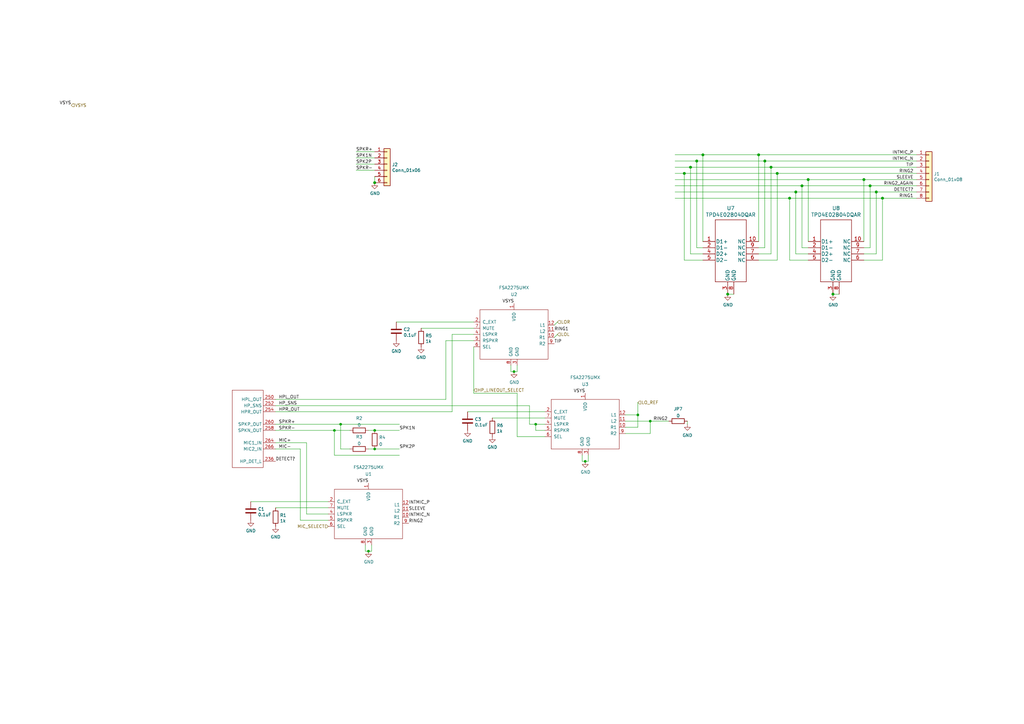
<source format=kicad_sch>
(kicad_sch (version 20211123) (generator eeschema)
  (paper "A3")
  (lib_symbols
    (symbol "CM4IO:Radxa CM3"
      (symbol "Radxa CM3_1_0"
        (text "GPIO" (at 0 6.35 0) (effects (font (size 1.27 1.27))))
      )
      (symbol "Radxa CM3_1_1"
        (rectangle (start -30.48 -74.93) (end 25.4 54.61))
        (text "600mA Max" (at -8.89 -53.34 0) (effects (font (size 1.27 1.27))))
        (text "600mA Max" (at -8.89 -48.26 0) (effects (font (size 1.27 1.27))))
        (text "NB SD signals are only available" (at -1.27 -27.94 0) (effects (font (size 1.27 1.27))))
        (text "on modules without eMMC" (at -1.27 -30.48 0) (effects (font (size 1.27 1.27))))
        (pin power_in line (at 22.86 -77.47 90) (length 2.54) (name "GND") (number "1"))
        (pin passive line (at -33.02 45.72 0) (length 2.54) (name "Ethernet_Pair0_N") (number "10"))
        (pin output line (at -33.02 -68.58 0) (length 2.54) (name "PMIC_RESET_KEY") (number "100"))
        (pin passive line (at 27.94 43.18 180) (length 2.54) (name "Ethernet_Pair2_P") (number "11"))
        (pin passive line (at -33.02 43.18 0) (length 2.54) (name "Ethernet_Pair0_P") (number "12"))
        (pin power_in line (at 17.78 -77.47 90) (length 2.54) (name "GND") (number "13"))
        (pin power_in line (at -22.86 -77.47 90) (length 2.54) (name "GND") (number "14"))
        (pin output line (at 27.94 38.1 180) (length 2.54) (name "Ethernet_nLED3(3.3v)") (number "15"))
        (pin input line (at -33.02 38.1 0) (length 2.54) (name "Ethernet_SYNC_IN(1.8v)") (number "16"))
        (pin output line (at 27.94 35.56 180) (length 2.54) (name "Ethernet_nLED2(3.3v)") (number "17"))
        (pin input line (at -33.02 35.56 0) (length 2.54) (name "Ethernet_SYNC_OUT(1.8v)") (number "18"))
        (pin output line (at 27.94 33.02 180) (length 2.54) (name "Ethernet_nLED1(3.3v)") (number "19"))
        (pin power_in line (at -27.94 -77.47 90) (length 2.54) (name "GND") (number "2"))
        (pin passive line (at -33.02 33.02 0) (length 2.54) (name "EEPROM_nWP") (number "20"))
        (pin open_collector line (at 27.94 30.48 180) (length 2.54) (name "PI_nLED_Activity") (number "21"))
        (pin power_in line (at -20.32 -77.47 90) (length 2.54) (name "GND") (number "22"))
        (pin power_in line (at 15.24 -77.47 90) (length 2.54) (name "GND") (number "23"))
        (pin passive line (at -33.02 27.94 0) (length 2.54) (name "GPIO26") (number "24"))
        (pin passive line (at 27.94 25.4 180) (length 2.54) (name "GPIO21") (number "25"))
        (pin passive line (at -33.02 25.4 0) (length 2.54) (name "GPIO19") (number "26"))
        (pin passive line (at 27.94 22.86 180) (length 2.54) (name "GPIO20") (number "27"))
        (pin passive line (at -33.02 22.86 0) (length 2.54) (name "GPIO13") (number "28"))
        (pin passive line (at 27.94 20.32 180) (length 2.54) (name "GPIO16") (number "29"))
        (pin passive line (at 27.94 53.34 180) (length 2.54) (name "Ethernet_Pair3_P") (number "3"))
        (pin passive line (at -33.02 20.32 0) (length 2.54) (name "GPIO6") (number "30"))
        (pin passive line (at 27.94 17.78 180) (length 2.54) (name "GPIO12") (number "31"))
        (pin power_in line (at -17.78 -77.47 90) (length 2.54) (name "GND") (number "32"))
        (pin power_in line (at 12.7 -77.47 90) (length 2.54) (name "GND") (number "33"))
        (pin passive line (at -33.02 15.24 0) (length 2.54) (name "GPIO5") (number "34"))
        (pin passive line (at 27.94 12.7 180) (length 2.54) (name "ID_SC") (number "35"))
        (pin passive line (at -33.02 12.7 0) (length 2.54) (name "ID_SD") (number "36"))
        (pin passive line (at 27.94 10.16 180) (length 2.54) (name "GPIO7") (number "37"))
        (pin passive line (at -33.02 10.16 0) (length 2.54) (name "GPIO11") (number "38"))
        (pin passive line (at 27.94 7.62 180) (length 2.54) (name "GPIO8") (number "39"))
        (pin passive line (at -33.02 53.34 0) (length 2.54) (name "Ethernet_Pair1_P") (number "4"))
        (pin passive line (at -33.02 7.62 0) (length 2.54) (name "GPIO9") (number "40"))
        (pin passive line (at 27.94 5.08 180) (length 2.54) (name "GPIO25") (number "41"))
        (pin power_in line (at -15.24 -77.47 90) (length 2.54) (name "GND") (number "42"))
        (pin power_in line (at 10.16 -77.47 90) (length 2.54) (name "GND") (number "43"))
        (pin passive line (at -33.02 2.54 0) (length 2.54) (name "GPIO10") (number "44"))
        (pin passive line (at 27.94 0 180) (length 2.54) (name "GPIO24") (number "45"))
        (pin passive line (at -33.02 0 0) (length 2.54) (name "GPIO22") (number "46"))
        (pin passive line (at 27.94 -2.54 180) (length 2.54) (name "GPIO23") (number "47"))
        (pin passive line (at -33.02 -2.54 0) (length 2.54) (name "GPIO27") (number "48"))
        (pin passive line (at 27.94 -5.08 180) (length 2.54) (name "GPIO18") (number "49"))
        (pin passive line (at 27.94 50.8 180) (length 2.54) (name "Ethernet_Pair3_N") (number "5"))
        (pin passive line (at -33.02 -5.08 0) (length 2.54) (name "GPIO17") (number "50"))
        (pin passive line (at 27.94 -7.62 180) (length 2.54) (name "GPIO15") (number "51"))
        (pin power_in line (at -12.7 -77.47 90) (length 2.54) (name "GND") (number "52"))
        (pin power_in line (at 7.62 -77.47 90) (length 2.54) (name "GND") (number "53"))
        (pin passive line (at -33.02 -10.16 0) (length 2.54) (name "GPIO4") (number "54"))
        (pin passive line (at 27.94 -12.7 180) (length 2.54) (name "GPIO14") (number "55"))
        (pin passive line (at -33.02 -12.7 0) (length 2.54) (name "GPIO3") (number "56"))
        (pin passive line (at 27.94 -21.59 180) (length 2.54) (name "SD_CLK") (number "57"))
        (pin passive line (at -33.02 -15.24 0) (length 2.54) (name "GPIO2") (number "58"))
        (pin power_in line (at 5.08 -77.47 90) (length 2.54) (name "GND") (number "59"))
        (pin passive line (at -33.02 50.8 0) (length 2.54) (name "Ethernet_Pair1_N") (number "6"))
        (pin power_in line (at -10.16 -77.47 90) (length 2.54) (name "GND") (number "60"))
        (pin passive line (at 27.94 -31.75 180) (length 2.54) (name "SD_DAT3") (number "61"))
        (pin passive line (at 27.94 -19.05 180) (length 2.54) (name "SD_CMD") (number "62"))
        (pin passive line (at 27.94 -24.13 180) (length 2.54) (name "SD_DAT0") (number "63"))
        (pin passive line (at 27.94 -36.83 180) (length 2.54) (name "SD_DAT5") (number "64"))
        (pin power_in line (at 2.54 -77.47 90) (length 2.54) (name "GND") (number "65"))
        (pin power_in line (at -7.62 -77.47 90) (length 2.54) (name "GND") (number "66"))
        (pin passive line (at 27.94 -26.67 180) (length 2.54) (name "SD_DAT1") (number "67"))
        (pin passive line (at 27.94 -34.29 180) (length 2.54) (name "SD_DAT4") (number "68"))
        (pin passive line (at 27.94 -29.21 180) (length 2.54) (name "SD_DAT2") (number "69"))
        (pin power_in line (at 20.32 -77.47 90) (length 2.54) (name "GND") (number "7"))
        (pin passive line (at 27.94 -41.91 180) (length 2.54) (name "SD_DAT7") (number "70"))
        (pin power_in line (at 0 -77.47 90) (length 2.54) (name "GND") (number "71"))
        (pin passive line (at 27.94 -39.37 180) (length 2.54) (name "SD_DAT6") (number "72"))
        (pin input line (at 27.94 -44.45 180) (length 2.54) (name "SD_VDD_Override") (number "73"))
        (pin power_in line (at -5.08 -77.47 90) (length 2.54) (name "GND") (number "74"))
        (pin output line (at 27.94 -46.99 180) (length 2.54) (name "SD_PWR_ON") (number "75"))
        (pin passive line (at -33.02 -38.1 0) (length 2.54) (name "Reserved") (number "76"))
        (pin power_in line (at -8.89 57.15 270) (length 2.54) (name "+5v_(Input)") (number "77"))
        (pin power_in line (at -33.02 -40.64 0) (length 2.54) (name "GPIO_VREF(1.8v/3.3v_Input)") (number "78"))
        (pin power_in line (at -6.35 57.15 270) (length 2.54) (name "+5v_(Input)") (number "79"))
        (pin power_in line (at -25.4 -77.47 90) (length 2.54) (name "GND") (number "8"))
        (pin passive line (at -33.02 -43.18 0) (length 2.54) (name "SCL0") (number "80"))
        (pin power_in line (at -3.81 57.15 270) (length 2.54) (name "+5v_(Input)") (number "81"))
        (pin passive line (at -33.02 -45.72 0) (length 2.54) (name "SDA0") (number "82"))
        (pin power_in line (at -1.27 57.15 270) (length 2.54) (name "+5v_(Input)") (number "83"))
        (pin power_out line (at -33.02 -48.26 0) (length 2.54) (name "+3.3v_(Output)") (number "84"))
        (pin power_in line (at 1.27 57.15 270) (length 2.54) (name "+5v_(Input)") (number "85"))
        (pin passive line (at -33.02 -50.8 0) (length 2.54) (name "+3.3v_(Output)") (number "86"))
        (pin power_in line (at 3.81 57.15 270) (length 2.54) (name "+5v_(Input)") (number "87"))
        (pin power_out line (at -33.02 -53.34 0) (length 2.54) (name "+1.8v_(Output)") (number "88"))
        (pin power_in line (at 27.94 -55.88 180) (length 2.54) (name "WiFi_nDisable") (number "89"))
        (pin passive line (at 27.94 45.72 180) (length 2.54) (name "Ethernet_Pair2_N") (number "9"))
        (pin passive line (at -33.02 -55.88 0) (length 2.54) (name "+1.8v_(Output)") (number "90"))
        (pin power_in line (at 27.94 -58.42 180) (length 2.54) (name "BT_nDisable") (number "91"))
        (pin passive line (at -33.02 -58.42 0) (length 2.54) (name "RUN_PG") (number "92"))
        (pin input line (at 27.94 -60.96 180) (length 2.54) (name "nRPIBOOT") (number "93"))
        (pin passive line (at -33.02 -60.96 0) (length 2.54) (name "AnalogIP1") (number "94"))
        (pin output line (at 27.94 -63.5 180) (length 2.54) (name "nPI_LED_PWR") (number "95"))
        (pin passive line (at -33.02 -63.5 0) (length 2.54) (name "AnalogIP0") (number "96"))
        (pin passive line (at 27.94 -66.04 180) (length 2.54) (name "Camera_GPIO") (number "97"))
        (pin power_in line (at -2.54 -77.47 90) (length 2.54) (name "GND") (number "98"))
        (pin input line (at 27.94 -68.58 180) (length 2.54) (name "PWRON_KEY") (number "99"))
      )
      (symbol "Radxa CM3_2_1"
        (rectangle (start 114.3 62.23) (end 165.1 -57.15))
        (text "High Speed Serial" (at 140.97 0 0) (effects (font (size 1.27 1.27))))
        (pin input line (at 170.18 59.69 180) (length 5.08) (name "USB_OTG_ID") (number "101"))
        (pin input line (at 109.22 31.75 0) (length 5.08) (name "PCIe_CLK_nREQ") (number "102"))
        (pin passive line (at 170.18 57.15 180) (length 5.08) (name "USB2_N") (number "103"))
        (pin passive line (at 109.22 58.42 0) (length 5.08) (name "Reserved") (number "104"))
        (pin passive line (at 170.18 54.61 180) (length 5.08) (name "USB2_P") (number "105"))
        (pin passive line (at 109.22 55.88 0) (length 5.08) (name "Reserved") (number "106"))
        (pin power_in line (at 170.18 -41.91 180) (length 5.08) (name "GND") (number "107"))
        (pin power_in line (at 109.22 -41.91 0) (length 5.08) (name "GND") (number "108"))
        (pin bidirectional line (at 109.22 34.29 0) (length 5.08) (name "PCIe_nRST") (number "109"))
        (pin output line (at 109.22 49.53 0) (length 5.08) (name "PCIe_CLK_P") (number "110"))
        (pin passive line (at 170.18 49.53 180) (length 5.08) (name "VDAC_COMP") (number "111"))
        (pin output line (at 109.22 46.99 0) (length 5.08) (name "PCIe_CLK_N") (number "112"))
        (pin power_in line (at 170.18 -44.45 180) (length 5.08) (name "GND") (number "113"))
        (pin power_in line (at 109.22 -44.45 0) (length 5.08) (name "GND") (number "114"))
        (pin input line (at 170.18 29.21 180) (length 5.08) (name "CAM1_D0_N") (number "115"))
        (pin input line (at 109.22 44.45 0) (length 5.08) (name "PCIe_RX_P") (number "116"))
        (pin input line (at 170.18 26.67 180) (length 5.08) (name "CAM1_D0_P") (number "117"))
        (pin input line (at 109.22 41.91 0) (length 5.08) (name "PCIe_RX_N") (number "118"))
        (pin power_in line (at 170.18 -46.99 180) (length 5.08) (name "GND") (number "119"))
        (pin power_in line (at 109.22 -46.99 0) (length 5.08) (name "GND") (number "120"))
        (pin input line (at 170.18 24.13 180) (length 5.08) (name "CAM1_D1_N") (number "121"))
        (pin output line (at 109.22 39.37 0) (length 5.08) (name "PCIe_TX_P") (number "122"))
        (pin input line (at 170.18 21.59 180) (length 5.08) (name "CAM1_D1_P") (number "123"))
        (pin output line (at 109.22 36.83 0) (length 5.08) (name "PCIe_TX_N") (number "124"))
        (pin power_in line (at 170.18 -49.53 180) (length 5.08) (name "GND") (number "125"))
        (pin power_in line (at 109.22 -49.53 0) (length 5.08) (name "GND") (number "126"))
        (pin input line (at 170.18 8.89 180) (length 5.08) (name "CAM1_C_N") (number "127"))
        (pin input line (at 170.18 45.72 180) (length 5.08) (name "CAM0_D0_N") (number "128"))
        (pin input line (at 170.18 6.35 180) (length 5.08) (name "CAM1_C_P") (number "129"))
        (pin input line (at 170.18 43.18 180) (length 5.08) (name "CAM0_D0_P") (number "130"))
        (pin power_in line (at 170.18 -52.07 180) (length 5.08) (name "GND") (number "131"))
        (pin power_in line (at 109.22 -52.07 0) (length 5.08) (name "GND") (number "132"))
        (pin input line (at 170.18 19.05 180) (length 5.08) (name "CAM1_D2_N") (number "133"))
        (pin input line (at 170.18 40.64 180) (length 5.08) (name "CAM0_D1_N") (number "134"))
        (pin input line (at 170.18 16.51 180) (length 5.08) (name "CAM1_D2_P") (number "135"))
        (pin input line (at 170.18 38.1 180) (length 5.08) (name "CAM0_D1_P") (number "136"))
        (pin power_in line (at 163.83 -62.23 90) (length 5.08) (name "GND") (number "137"))
        (pin power_in line (at 115.57 -62.23 90) (length 5.08) (name "GND") (number "138"))
        (pin input line (at 170.18 13.97 180) (length 5.08) (name "CAM1_D3_N") (number "139"))
        (pin input line (at 170.18 35.56 180) (length 5.08) (name "CAM0_C_N") (number "140"))
        (pin input line (at 170.18 11.43 180) (length 5.08) (name "CAM1_D3_P") (number "141"))
        (pin input line (at 170.18 33.02 180) (length 5.08) (name "CAM0_C_P") (number "142"))
        (pin input line (at 109.22 2.54 0) (length 5.08) (name "HDMI1_HOTPLUG") (number "143"))
        (pin power_in line (at 118.11 -62.23 90) (length 5.08) (name "GND") (number "144"))
        (pin bidirectional line (at 109.22 7.62 0) (length 5.08) (name "HDMI1_SDA") (number "145"))
        (pin output line (at 109.22 27.94 0) (length 5.08) (name "HDMI1_TX2_P") (number "146"))
        (pin open_collector line (at 109.22 5.08 0) (length 5.08) (name "HDMI1_SCL") (number "147"))
        (pin output line (at 109.22 25.4 0) (length 5.08) (name "HDMI1_TX2_N") (number "148"))
        (pin open_collector line (at 109.22 0 0) (length 5.08) (name "HDMI1_CEC") (number "149"))
        (pin power_in line (at 120.65 -62.23 90) (length 5.08) (name "GND") (number "150"))
        (pin open_collector line (at 109.22 -33.02 0) (length 5.08) (name "HDMI0_CEC") (number "151"))
        (pin output line (at 109.22 22.86 0) (length 5.08) (name "HDMI1_TX1_P") (number "152"))
        (pin input line (at 109.22 -30.48 0) (length 5.08) (name "HDMI0_HOTPLUG") (number "153"))
        (pin output line (at 109.22 20.32 0) (length 5.08) (name "HDMI1_TX1_N") (number "154"))
        (pin power_in line (at 161.29 -62.23 90) (length 5.08) (name "GND") (number "155"))
        (pin power_in line (at 123.19 -62.23 90) (length 5.08) (name "GND") (number "156"))
        (pin output line (at 109.22 17.78 0) (length 5.08) (name "HDMI1_TX0_P") (number "158"))
        (pin output line (at 109.22 15.24 0) (length 5.08) (name "HDMI1_TX0_N") (number "160"))
        (pin power_in line (at 158.75 -62.23 90) (length 5.08) (name "GND") (number "161"))
        (pin power_in line (at 125.73 -62.23 90) (length 5.08) (name "GND") (number "162"))
        (pin output line (at 109.22 12.7 0) (length 5.08) (name "HDMI1_CLK_P") (number "164"))
        (pin output line (at 109.22 10.16 0) (length 5.08) (name "HDMI1_CLK_N") (number "166"))
        (pin power_in line (at 156.21 -62.23 90) (length 5.08) (name "GND") (number "167"))
        (pin power_in line (at 128.27 -62.23 90) (length 5.08) (name "GND") (number "168"))
        (pin output line (at 109.22 -5.08 0) (length 5.08) (name "HDMI0_TX2_P") (number "170"))
        (pin output line (at 109.22 -7.62 0) (length 5.08) (name "HDMI0_TX2_N") (number "172"))
        (pin power_in line (at 153.67 -62.23 90) (length 5.08) (name "GND") (number "173"))
        (pin power_in line (at 130.81 -62.23 90) (length 5.08) (name "GND") (number "174"))
        (pin output line (at 170.18 -15.24 180) (length 5.08) (name "DSI1_D0_N") (number "175"))
        (pin output line (at 109.22 -10.16 0) (length 5.08) (name "HDMI0_TX1_P") (number "176"))
        (pin output line (at 170.18 -17.78 180) (length 5.08) (name "DSI1_D0_P") (number "177"))
        (pin output line (at 109.22 -12.7 0) (length 5.08) (name "HDMI0_TX1_N") (number "178"))
        (pin power_in line (at 151.13 -62.23 90) (length 5.08) (name "GND") (number "179"))
        (pin power_in line (at 133.35 -62.23 90) (length 5.08) (name "GND") (number "180"))
        (pin output line (at 170.18 -20.32 180) (length 5.08) (name "DSI1_D1_N") (number "181"))
        (pin output line (at 109.22 -15.24 0) (length 5.08) (name "HDMI0_TX0_P") (number "182"))
        (pin output line (at 170.18 -22.86 180) (length 5.08) (name "DSI1_D1_P") (number "183"))
        (pin output line (at 109.22 -17.78 0) (length 5.08) (name "HDMI0_TX0_N") (number "184"))
        (pin power_in line (at 148.59 -62.23 90) (length 5.08) (name "GND") (number "185"))
        (pin power_in line (at 135.89 -62.23 90) (length 5.08) (name "GND") (number "186"))
        (pin output line (at 170.18 -35.56 180) (length 5.08) (name "DSI1_C_N") (number "187"))
        (pin output line (at 109.22 -20.32 0) (length 5.08) (name "HDMI0_CLK_P") (number "188"))
        (pin output line (at 170.18 -38.1 180) (length 5.08) (name "DSI1_C_P") (number "189"))
        (pin output line (at 109.22 -22.86 0) (length 5.08) (name "HDMI0_CLK_N") (number "190"))
        (pin power_in line (at 146.05 -62.23 90) (length 5.08) (name "GND") (number "191"))
        (pin power_in line (at 138.43 -62.23 90) (length 5.08) (name "GND") (number "192"))
        (pin output line (at 170.18 -25.4 180) (length 5.08) (name "DSI1_D2_N") (number "193"))
        (pin output line (at 170.18 -30.48 180) (length 5.08) (name "DSI1_D3_N") (number "194"))
        (pin output line (at 170.18 -27.94 180) (length 5.08) (name "DSI1_D2_P") (number "195"))
        (pin output line (at 170.18 -33.02 180) (length 5.08) (name "DSI1_D3_P") (number "196"))
        (pin power_in line (at 143.51 -62.23 90) (length 5.08) (name "GND") (number "197"))
        (pin power_in line (at 140.97 -62.23 90) (length 5.08) (name "GND") (number "198"))
        (pin bidirectional line (at 109.22 -25.4 0) (length 5.08) (name "HDMI0_SDA") (number "199"))
        (pin open_collector line (at 109.22 -27.94 0) (length 5.08) (name "HDMI0_SCL") (number "200"))
      )
      (symbol "Radxa CM3_3_0"
        (pin power_in line (at 24.13 -13.97 90) (length 2.54) (name "GND") (number "201"))
        (pin power_in line (at 21.59 -13.97 90) (length 2.54) (name "GND") (number "202"))
        (pin power_in line (at 19.05 -13.97 90) (length 2.54) (name "GND") (number "207"))
        (pin power_in line (at 16.51 -13.97 90) (length 2.54) (name "GND") (number "213"))
        (pin power_in line (at 13.97 -13.97 90) (length 2.54) (name "GND") (number "219"))
        (pin power_in line (at 11.43 -13.97 90) (length 2.54) (name "GND") (number "222"))
        (pin power_in line (at 8.89 -13.97 90) (length 2.54) (name "GND") (number "225"))
        (pin power_in line (at 6.35 -13.97 90) (length 2.54) (name "GND") (number "231"))
        (pin power_in line (at 3.81 -13.97 90) (length 2.54) (name "GND") (number "232"))
        (pin power_in line (at 1.27 -13.97 90) (length 2.54) (name "GND") (number "237"))
        (pin power_in line (at -1.27 -13.97 90) (length 2.54) (name "GND") (number "242"))
        (pin power_in line (at -3.81 -13.97 90) (length 2.54) (name "GND") (number "243"))
        (pin power_in line (at -6.35 -13.97 90) (length 2.54) (name "GND") (number "248"))
        (pin power_in line (at -8.89 -13.97 90) (length 2.54) (name "GND") (number "249"))
        (pin power_in line (at -11.43 -13.97 90) (length 2.54) (name "GND") (number "261"))
        (pin power_in line (at -13.97 -13.97 90) (length 2.54) (name "GND") (number "262"))
        (pin power_in line (at -16.51 -13.97 90) (length 2.54) (name "GND") (number "271"))
        (pin power_in line (at -19.05 -13.97 90) (length 2.54) (name "GND") (number "272"))
        (pin power_in line (at -21.59 -13.97 90) (length 2.54) (name "GND") (number "299"))
        (pin power_in line (at -24.13 -13.97 90) (length 2.54) (name "GND") (number "300"))
      )
      (symbol "Radxa CM3_3_1"
        (rectangle (start -27.94 -11.43) (end 27.94 7.62) (stroke (width 0.1524)))
      )
      (symbol "Radxa CM3_4_0"
        (pin output line (at 15.24 -3.81 180) (length 5.08) (name "LVDS_TX0_D2N") (number "203"))
        (pin output line (at 15.24 -6.35 180) (length 5.08) (name "LVDS_TX0_D2P") (number "205"))
        (pin output line (at 15.24 -10.16 180) (length 5.08) (name "LVDS_TX0_D3N") (number "209"))
        (pin output line (at 15.24 -12.7 180) (length 5.08) (name "LVDS_TX0_D3P") (number "211"))
      )
      (symbol "Radxa CM3_4_1"
        (rectangle (start -12.7 19.05) (end 10.16 -16.51) (stroke (width 0.1524)))
        (pin output line (at 15.24 8.89 180) (length 5.08) (name "LVDS_TX0_D0N") (number "157"))
        (pin output line (at 15.24 6.35 180) (length 5.08) (name "LVDS_TX0_D0P") (number "159"))
        (pin output line (at 15.24 2.54 180) (length 5.08) (name "LVDS_TX0_D1N") (number "163"))
        (pin output line (at 15.24 0 180) (length 5.08) (name "LVDS_TX0_D1P") (number "165"))
        (pin output line (at 15.24 15.24 180) (length 5.08) (name "LVDS_TX0_CLKN") (number "169"))
        (pin output line (at 15.24 12.7 180) (length 5.08) (name "LVDS_TX0_CLKP") (number "171"))
      )
      (symbol "Radxa CM3_5_1"
        (rectangle (start 2.54 -10.16) (end 22.86 -33.02) (stroke (width 0.1524)))
        (pin power_in line (at 0 -12.7 0) (length 2.54) (name "VBAT-") (number "278"))
        (pin power_in line (at 0 -15.24 0) (length 2.54) (name "VBAT-") (number "280"))
        (pin power_in line (at 0 -17.78 0) (length 2.54) (name "VBAT-") (number "282"))
        (pin power_in line (at 0 -25.4 0) (length 2.54) (name "VBAT+") (number "284"))
        (pin power_in line (at 0 -27.94 0) (length 2.54) (name "VBAT+") (number "286"))
        (pin power_in line (at 0 -30.48 0) (length 2.54) (name "VBAT+") (number "288"))
        (pin input line (at 0 -21.59 0) (length 2.54) (name "TS") (number "290"))
        (pin power_in line (at 25.4 -19.05 180) (length 2.54) (name "USB_5V_IN") (number "294"))
        (pin power_in line (at 25.4 -21.59 180) (length 2.54) (name "USB_5V_IN") (number "296"))
        (pin power_in line (at 25.4 -24.13 180) (length 2.54) (name "USB_5V_IN") (number "298"))
      )
      (symbol "Radxa CM3_6_1"
        (rectangle (start -20.32 11.43) (end 20.32 -11.43) (stroke (width 0.1524)))
        (pin bidirectional line (at -22.86 8.89 0) (length 2.54) (name "GPIO3_A1") (number "204"))
        (pin bidirectional line (at -22.86 6.35 0) (length 2.54) (name "GPIO3_B4") (number "206"))
        (pin bidirectional line (at -22.86 3.81 0) (length 2.54) (name "GPIO3_C1") (number "208"))
        (pin bidirectional line (at -22.86 1.27 0) (length 2.54) (name "GPIO3_C2") (number "210"))
        (pin bidirectional line (at -22.86 -1.27 0) (length 2.54) (name "GPIO3_C3") (number "212"))
        (pin bidirectional line (at -22.86 -3.81 0) (length 2.54) (name "GPIO_D5") (number "218"))
        (pin bidirectional line (at -22.86 -6.35 0) (length 2.54) (name "GPIO_D6") (number "220"))
        (pin bidirectional line (at -22.86 -8.89 0) (length 2.54) (name "GPIO2_C6") (number "224"))
        (pin bidirectional line (at 22.86 -3.81 180) (length 2.54) (name "GPIO_B3") (number "287"))
        (pin bidirectional line (at 22.86 -1.27 180) (length 2.54) (name "GPIO_B4") (number "289"))
        (pin bidirectional line (at 22.86 1.27 180) (length 2.54) (name "GPIO_C1") (number "293"))
        (pin bidirectional line (at 22.86 3.81 180) (length 2.54) (name "GPIO_C4") (number "295"))
      )
      (symbol "Radxa CM3_7_1"
        (rectangle (start -6.35 12.7) (end 6.35 -19.05) (stroke (width 0.1524)))
        (pin input line (at 11.43 -16.51 180) (length 5.08) (name "HP_DET_L") (number "236"))
        (pin output line (at 11.43 8.89 180) (length 5.08) (name "HPL_OUT") (number "250"))
        (pin input line (at 11.43 6.35 180) (length 5.08) (name "HP_SNS") (number "252"))
        (pin output line (at 11.43 3.81 180) (length 5.08) (name "HPR_OUT") (number "254"))
        (pin output line (at 11.43 -3.81 180) (length 5.08) (name "SPKN_OUT") (number "258"))
        (pin output line (at 11.43 -1.27 180) (length 5.08) (name "SPKP_OUT") (number "260"))
        (pin input line (at 11.43 -8.89 180) (length 5.08) (name "MIC1_IN") (number "264"))
        (pin input line (at 11.43 -11.43 180) (length 5.08) (name "MIC2_IN") (number "266"))
      )
      (symbol "Radxa CM3_8_1"
        (rectangle (start -8.89 16.51) (end 10.16 -17.78) (stroke (width 0.1524)))
        (pin output line (at -13.97 13.97 0) (length 5.08) (name "EDP_TX_D0P") (number "215"))
        (pin output line (at -13.97 11.43 0) (length 5.08) (name "EDP_TX_D0N") (number "217"))
        (pin output line (at -13.97 7.62 0) (length 5.08) (name "EDP_TX_D1P") (number "221"))
        (pin output line (at -13.97 5.08 0) (length 5.08) (name "EDP_TX_D1N") (number "223"))
        (pin output line (at -13.97 1.27 0) (length 5.08) (name "EDP_TX_D2P") (number "227"))
        (pin output line (at -13.97 -1.27 0) (length 5.08) (name "EDP_TX_D2N") (number "229"))
        (pin output line (at -13.97 -5.08 0) (length 5.08) (name "EDP_TX_D3P") (number "233"))
        (pin output line (at -13.97 -7.62 0) (length 5.08) (name "EDP_TX_D3N") (number "235"))
        (pin bidirectional line (at -13.97 -11.43 0) (length 5.08) (name "EDP_TX_AUXP") (number "239"))
        (pin bidirectional line (at -13.97 -13.97 0) (length 5.08) (name "EDP_TX_AUXN") (number "241"))
      )
    )
    (symbol "Connector_Generic:Conn_01x06" (pin_names (offset 1.016) hide)
      (property "Reference" "J" (at 0 7.62 0))
      (property "Value" "Conn_01x06" (at 0 -10.16 0))
      (symbol "Conn_01x06_1_1"
        (rectangle (start -1.27 -7.493) (end 0 -7.747) (stroke (width 0.1524)))
        (rectangle (start -1.27 -4.953) (end 0 -5.207) (stroke (width 0.1524)))
        (rectangle (start -1.27 -2.413) (end 0 -2.667) (stroke (width 0.1524)))
        (rectangle (start -1.27 0.127) (end 0 -0.127) (stroke (width 0.1524)))
        (rectangle (start -1.27 2.667) (end 0 2.413) (stroke (width 0.1524)))
        (rectangle (start -1.27 5.207) (end 0 4.953) (stroke (width 0.1524)))
        (rectangle (start -1.27 6.35) (end 1.27 -8.89) (stroke (width 0.254)) (fill (type background)))
        (pin passive line (at -5.08 5.08 0) (length 3.81) (name "Pin_1") (number "1"))
        (pin passive line (at -5.08 2.54 0) (length 3.81) (name "Pin_2") (number "2"))
        (pin passive line (at -5.08 0 0) (length 3.81) (name "Pin_3") (number "3"))
        (pin passive line (at -5.08 -2.54 0) (length 3.81) (name "Pin_4") (number "4"))
        (pin passive line (at -5.08 -5.08 0) (length 3.81) (name "Pin_5") (number "5"))
        (pin passive line (at -5.08 -7.62 0) (length 3.81) (name "Pin_6") (number "6"))
      )
    )
    (symbol "Connector_Generic:Conn_01x08" (pin_names (offset 1.016) hide)
      (property "Reference" "J" (at 0 10.16 0))
      (property "Value" "Conn_01x08" (at 0 -12.7 0))
      (symbol "Conn_01x08_1_1"
        (rectangle (start -1.27 -10.033) (end 0 -10.287) (stroke (width 0.1524)))
        (rectangle (start -1.27 -7.493) (end 0 -7.747) (stroke (width 0.1524)))
        (rectangle (start -1.27 -4.953) (end 0 -5.207) (stroke (width 0.1524)))
        (rectangle (start -1.27 -2.413) (end 0 -2.667) (stroke (width 0.1524)))
        (rectangle (start -1.27 0.127) (end 0 -0.127) (stroke (width 0.1524)))
        (rectangle (start -1.27 2.667) (end 0 2.413) (stroke (width 0.1524)))
        (rectangle (start -1.27 5.207) (end 0 4.953) (stroke (width 0.1524)))
        (rectangle (start -1.27 7.747) (end 0 7.493) (stroke (width 0.1524)))
        (rectangle (start -1.27 8.89) (end 1.27 -11.43) (stroke (width 0.254)) (fill (type background)))
        (pin passive line (at -5.08 7.62 0) (length 3.81) (name "Pin_1") (number "1"))
        (pin passive line (at -5.08 5.08 0) (length 3.81) (name "Pin_2") (number "2"))
        (pin passive line (at -5.08 2.54 0) (length 3.81) (name "Pin_3") (number "3"))
        (pin passive line (at -5.08 0 0) (length 3.81) (name "Pin_4") (number "4"))
        (pin passive line (at -5.08 -2.54 0) (length 3.81) (name "Pin_5") (number "5"))
        (pin passive line (at -5.08 -5.08 0) (length 3.81) (name "Pin_6") (number "6"))
        (pin passive line (at -5.08 -7.62 0) (length 3.81) (name "Pin_7") (number "7"))
        (pin passive line (at -5.08 -10.16 0) (length 3.81) (name "Pin_8") (number "8"))
      )
    )
    (symbol "Device:C" (pin_numbers hide) (pin_names (offset 0.254))
      (property "Reference" "C" (at 0.635 2.54 0))
      (property "Value" "C" (at 0.635 -2.54 0))
      (symbol "C_0_1"
        (polyline (pts (xy -2.032 -0.762) (xy 2.032 -0.762)) (stroke (width 0.508)))
        (polyline (pts (xy -2.032 0.762) (xy 2.032 0.762)) (stroke (width 0.508)))
      )
      (symbol "C_1_1"
        (pin passive line (at 0 3.81 270) (length 2.794) (name "~") (number "1"))
        (pin passive line (at 0 -3.81 90) (length 2.794) (name "~") (number "2"))
      )
    )
    (symbol "Device:R" (pin_numbers hide) (pin_names (offset 0))
      (property "Reference" "R" (at 2.032 0 90))
      (property "Value" "R" (at 0 0 90))
      (symbol "R_0_1"
        (rectangle (start -1.016 -2.54) (end 1.016 2.54) (stroke (width 0.254)))
      )
      (symbol "R_1_1"
        (pin passive line (at 0 3.81 270) (length 1.27) (name "~") (number "1"))
        (pin passive line (at 0 -3.81 90) (length 1.27) (name "~") (number "2"))
      )
    )
    (symbol "FSA2275UMX:FSA2275UMX" (pin_names (offset 1.016))
      (property "Reference" "U" (at 0 1.27 0))
      (property "Value" "FSA2275UMX" (at 0 -1.27 0))
      (symbol "FSA2275UMX_0_1"
        (rectangle (start -13.97 10.16) (end 13.97 -10.16))
      )
      (symbol "FSA2275UMX_1_1"
        (pin power_in line (at 0 12.7 270) (length 2.54) (name "VDD") (number "1"))
        (pin bidirectional line (at 16.51 -1.27 180) (length 2.54) (name "R1") (number "10"))
        (pin bidirectional line (at 16.51 1.27 180) (length 2.54) (name "L2") (number "11"))
        (pin bidirectional line (at 16.51 3.81 180) (length 2.54) (name "L1") (number "12"))
        (pin passive line (at -16.51 5.08 0) (length 2.54) (name "C_EXT") (number "2"))
        (pin power_in line (at 1.27 -12.7 90) (length 2.54) (name "GND") (number "3"))
        (pin bidirectional line (at -16.51 0 0) (length 2.54) (name "LSPKR") (number "4"))
        (pin bidirectional line (at -16.51 -2.54 0) (length 2.54) (name "RSPKR") (number "5"))
        (pin input line (at -16.51 -5.08 0) (length 2.54) (name "SEL") (number "6"))
        (pin input line (at -16.51 2.54 0) (length 2.54) (name "MUTE") (number "7"))
        (pin power_in line (at -1.27 -12.7 90) (length 2.54) (name "GND") (number "8"))
        (pin bidirectional line (at 16.51 -3.81 180) (length 2.54) (name "R2") (number "9"))
      )
    )
    (symbol "TPD4E02B04DQAR:TPD4E02B04DQAR" (pin_names (offset 0.254))
      (property "Reference" "U" (at 0 7.62 0))
      (property "Value" "TPD4E02B04DQAR" (at 0 13.97 0))
      (symbol "TPD4E02B04DQAR_1_1"
        (polyline (pts (xy -6.35 -12.7) (xy 6.35 -12.7)) (stroke (width 0.2032)))
        (polyline (pts (xy -6.35 12.7) (xy -6.35 -12.7)) (stroke (width 0.2032)))
        (polyline (pts (xy 6.35 -12.7) (xy 6.35 12.7)) (stroke (width 0.2032)))
        (polyline (pts (xy 6.35 12.7) (xy -6.35 12.7)) (stroke (width 0.2032)))
        (pin bidirectional line (at -11.43 3.81 0) (length 5.08) (name "D1+") (number "1"))
        (pin passive line (at 11.43 3.81 180) (length 5.08) (name "NC") (number "10"))
        (pin bidirectional line (at -11.43 1.27 0) (length 5.08) (name "D1-") (number "2"))
        (pin power_in line (at -1.27 -17.78 90) (length 5.08) (name "GND") (number "3"))
        (pin bidirectional line (at -11.43 -1.27 0) (length 5.08) (name "D2+") (number "4"))
        (pin bidirectional line (at -11.43 -3.81 0) (length 5.08) (name "D2-") (number "5"))
        (pin passive line (at 11.43 -3.81 180) (length 5.08) (name "NC") (number "6"))
        (pin passive line (at 11.43 -1.27 180) (length 5.08) (name "NC") (number "7"))
        (pin power_in line (at 1.27 -17.78 90) (length 5.08) (name "GND") (number "8"))
        (pin passive line (at 11.43 1.27 180) (length 5.08) (name "NC") (number "9"))
      )
    )
    (symbol "power:GND" (power) (pin_names (offset 0))
      (property "Value" "GND" (at 0 -3.81 0))
      (symbol "GND_0_1"
        (polyline (pts (xy 0 0) (xy 0 -1.27) (xy 1.27 -1.27) (xy 0 -2.54) (xy -1.27 -1.27) (xy 0 -1.27)))
      )
      (symbol "GND_1_1"
        (pin power_in line (at 0 0 270) (length 0) hide (name "GND") (number "1"))
      )
    )
  )
  (junction (at 298.45 120.65) (diameter 1.016))
  (junction (at 331.47 73.66) (diameter 1.016))
  (junction (at 151.13 226.06))
  (junction (at 266.7 172.72))
  (junction (at 139.7 173.99))
  (junction (at 323.85 81.28) (diameter 1.016))
  (junction (at 153.67 74.93) (diameter 1.016))
  (junction (at 356.87 76.2) (diameter 1.016))
  (junction (at 318.77 71.12) (diameter 1.016))
  (junction (at 283.21 68.58) (diameter 1.016))
  (junction (at 153.67 184.15))
  (junction (at 261.62 170.18))
  (junction (at 285.75 66.04) (diameter 1.016))
  (junction (at 361.95 81.28) (diameter 1.016))
  (junction (at 341.63 120.65) (diameter 1.016))
  (junction (at 280.67 71.12) (diameter 1.016))
  (junction (at 288.29 63.5) (diameter 1.016))
  (junction (at 153.67 176.53))
  (junction (at 313.69 66.04) (diameter 1.016))
  (junction (at 311.15 63.5) (diameter 1.016))
  (junction (at 354.33 73.66) (diameter 1.016))
  (junction (at 219.71 173.99))
  (junction (at 316.23 68.58) (diameter 1.016))
  (junction (at 210.82 152.4))
  (junction (at 137.16 176.53))
  (junction (at 359.41 78.74) (diameter 1.016))
  (junction (at 328.93 76.2) (diameter 1.016))
  (junction (at 240.03 189.23))
  (junction (at 326.39 78.74) (diameter 1.016))
  (wire (pts (xy 276.86 71.12) (xy 280.67 71.12)))
  (wire (pts (xy 280.67 71.12) (xy 318.77 71.12)))
  (wire (pts (xy 318.77 71.12) (xy 375.92 71.12)))
  (wire (pts (xy 331.47 106.68) (xy 323.85 106.68)))
  (wire (pts (xy 153.67 74.93) (xy 153.67 72.39)))
  (wire (pts (xy 328.93 76.2) (xy 356.87 76.2)))
  (wire (pts (xy 280.67 71.12) (xy 280.67 106.68)))
  (wire (pts (xy 280.67 106.68) (xy 288.29 106.68)))
  (wire (pts (xy 182.88 139.7) (xy 194.31 139.7)))
  (wire (pts (xy 113.03 163.83) (xy 182.88 163.83)))
  (wire (pts (xy 217.17 166.37) (xy 217.17 173.99)))
  (wire (pts (xy 217.17 173.99) (xy 219.71 173.99)))
  (wire (pts (xy 283.21 68.58) (xy 316.23 68.58)))
  (wire (pts (xy 316.23 104.14) (xy 316.23 68.58)))
  (wire (pts (xy 113.03 208.28) (xy 134.62 208.28)))
  (wire (pts (xy 323.85 106.68) (xy 323.85 81.28)))
  (wire (pts (xy 316.23 68.58) (xy 375.92 68.58)))
  (wire (pts (xy 311.15 99.06) (xy 311.15 63.5)))
  (wire (pts (xy 228.6 132.08) (xy 227.33 133.35)))
  (wire (pts (xy 153.67 184.15) (xy 151.13 184.15)))
  (wire (pts (xy 261.62 175.26) (xy 261.62 170.18)))
  (wire (pts (xy 323.85 81.28) (xy 361.95 81.28)))
  (wire (pts (xy 153.67 176.53) (xy 163.83 176.53)))
  (wire (pts (xy 354.33 73.66) (xy 375.92 73.66)))
  (wire (pts (xy 153.67 64.77) (xy 146.05 64.77)))
  (wire (pts (xy 212.09 152.4) (xy 210.82 152.4)))
  (wire (pts (xy 288.29 104.14) (xy 283.21 104.14)))
  (wire (pts (xy 212.09 179.07) (xy 212.09 161.29)))
  (wire (pts (xy 185.42 137.16) (xy 194.31 137.16)))
  (wire (pts (xy 281.94 172.72) (xy 281.94 173.99)))
  (wire (pts (xy 285.75 101.6) (xy 285.75 66.04)))
  (wire (pts (xy 137.16 176.53) (xy 143.51 176.53)))
  (wire (pts (xy 354.33 104.14) (xy 359.41 104.14)))
  (wire (pts (xy 194.31 161.29) (xy 194.31 142.24)))
  (wire (pts (xy 139.7 173.99) (xy 163.83 173.99)))
  (wire (pts (xy 125.73 181.61) (xy 113.03 181.61)))
  (wire (pts (xy 288.29 99.06) (xy 288.29 63.5)))
  (wire (pts (xy 137.16 176.53) (xy 137.16 186.69)))
  (wire (pts (xy 191.77 168.91) (xy 223.52 168.91)))
  (wire (pts (xy 359.41 104.14) (xy 359.41 78.74)))
  (wire (pts (xy 276.86 66.04) (xy 285.75 66.04)))
  (wire (pts (xy 123.19 184.15) (xy 123.19 213.36)))
  (wire (pts (xy 152.4 223.52) (xy 152.4 226.06)))
  (wire (pts (xy 276.86 76.2) (xy 328.93 76.2)))
  (wire (pts (xy 113.03 173.99) (xy 139.7 173.99)))
  (wire (pts (xy 212.09 149.86) (xy 212.09 152.4)))
  (wire (pts (xy 256.54 175.26) (xy 261.62 175.26)))
  (wire (pts (xy 361.95 81.28) (xy 361.95 106.68)))
  (wire (pts (xy 331.47 73.66) (xy 354.33 73.66)))
  (wire (pts (xy 146.05 67.31) (xy 153.67 67.31)))
  (wire (pts (xy 283.21 104.14) (xy 283.21 68.58)))
  (wire (pts (xy 102.87 205.74) (xy 134.62 205.74)))
  (wire (pts (xy 356.87 76.2) (xy 356.87 101.6)))
  (wire (pts (xy 276.86 68.58) (xy 283.21 68.58)))
  (wire (pts (xy 276.86 81.28) (xy 323.85 81.28)))
  (wire (pts (xy 113.03 184.15) (xy 123.19 184.15)))
  (wire (pts (xy 311.15 104.14) (xy 316.23 104.14)))
  (wire (pts (xy 311.15 101.6) (xy 313.69 101.6)))
  (wire (pts (xy 256.54 172.72) (xy 266.7 172.72)))
  (wire (pts (xy 341.63 120.65) (xy 344.17 120.65)))
  (wire (pts (xy 266.7 177.8) (xy 266.7 172.72)))
  (wire (pts (xy 311.15 63.5) (xy 375.92 63.5)))
  (wire (pts (xy 354.33 99.06) (xy 354.33 73.66)))
  (wire (pts (xy 266.7 172.72) (xy 274.32 172.72)))
  (wire (pts (xy 326.39 104.14) (xy 326.39 78.74)))
  (wire (pts (xy 212.09 161.29) (xy 194.31 161.29)))
  (wire (pts (xy 313.69 101.6) (xy 313.69 66.04)))
  (wire (pts (xy 153.67 62.23) (xy 146.05 62.23)))
  (wire (pts (xy 356.87 101.6) (xy 354.33 101.6)))
  (wire (pts (xy 163.83 184.15) (xy 153.67 184.15)))
  (wire (pts (xy 123.19 213.36) (xy 134.62 213.36)))
  (wire (pts (xy 298.45 120.65) (xy 300.99 120.65)))
  (wire (pts (xy 113.03 168.91) (xy 185.42 168.91)))
  (wire (pts (xy 326.39 78.74) (xy 359.41 78.74)))
  (wire (pts (xy 256.54 170.18) (xy 261.62 170.18)))
  (wire (pts (xy 313.69 66.04) (xy 375.92 66.04)))
  (wire (pts (xy 201.93 171.45) (xy 223.52 171.45)))
  (wire (pts (xy 153.67 69.85) (xy 146.05 69.85)))
  (wire (pts (xy 113.03 166.37) (xy 217.17 166.37)))
  (wire (pts (xy 276.86 73.66) (xy 331.47 73.66)))
  (wire (pts (xy 238.76 189.23) (xy 240.03 189.23)))
  (wire (pts (xy 152.4 226.06) (xy 151.13 226.06)))
  (wire (pts (xy 139.7 173.99) (xy 139.7 184.15)))
  (wire (pts (xy 113.03 176.53) (xy 137.16 176.53)))
  (wire (pts (xy 182.88 163.83) (xy 182.88 139.7)))
  (wire (pts (xy 331.47 101.6) (xy 328.93 101.6)))
  (wire (pts (xy 331.47 104.14) (xy 326.39 104.14)))
  (wire (pts (xy 256.54 177.8) (xy 266.7 177.8)))
  (wire (pts (xy 223.52 179.07) (xy 212.09 179.07)))
  (wire (pts (xy 223.52 176.53) (xy 219.71 176.53)))
  (wire (pts (xy 331.47 99.06) (xy 331.47 73.66)))
  (wire (pts (xy 149.86 226.06) (xy 151.13 226.06)))
  (wire (pts (xy 162.56 132.08) (xy 194.31 132.08)))
  (wire (pts (xy 209.55 149.86) (xy 209.55 152.4)))
  (wire (pts (xy 288.29 101.6) (xy 285.75 101.6)))
  (wire (pts (xy 137.16 186.69) (xy 163.83 186.69)))
  (wire (pts (xy 261.62 170.18) (xy 261.62 165.1)))
  (wire (pts (xy 285.75 66.04) (xy 313.69 66.04)))
  (wire (pts (xy 149.86 223.52) (xy 149.86 226.06)))
  (wire (pts (xy 361.95 106.68) (xy 354.33 106.68)))
  (wire (pts (xy 361.95 81.28) (xy 375.92 81.28)))
  (wire (pts (xy 241.3 189.23) (xy 240.03 189.23)))
  (wire (pts (xy 276.86 78.74) (xy 326.39 78.74)))
  (wire (pts (xy 185.42 137.16) (xy 185.42 168.91)))
  (wire (pts (xy 238.76 186.69) (xy 238.76 189.23)))
  (wire (pts (xy 276.86 63.5) (xy 288.29 63.5)))
  (wire (pts (xy 209.55 152.4) (xy 210.82 152.4)))
  (wire (pts (xy 134.62 210.82) (xy 125.73 210.82)))
  (wire (pts (xy 139.7 184.15) (xy 143.51 184.15)))
  (wire (pts (xy 288.29 63.5) (xy 311.15 63.5)))
  (wire (pts (xy 228.6 137.16) (xy 227.33 138.43)))
  (wire (pts (xy 125.73 210.82) (xy 125.73 181.61)))
  (wire (pts (xy 359.41 78.74) (xy 375.92 78.74)))
  (wire (pts (xy 318.77 71.12) (xy 318.77 106.68)))
  (wire (pts (xy 318.77 106.68) (xy 311.15 106.68)))
  (wire (pts (xy 219.71 173.99) (xy 223.52 173.99)))
  (wire (pts (xy 219.71 176.53) (xy 219.71 173.99)))
  (wire (pts (xy 151.13 176.53) (xy 153.67 176.53)))
  (wire (pts (xy 241.3 186.69) (xy 241.3 189.23)))
  (wire (pts (xy 356.87 76.2) (xy 375.92 76.2)))
  (wire (pts (xy 172.72 134.62) (xy 194.31 134.62)))
  (wire (pts (xy 328.93 101.6) (xy 328.93 76.2)))
  (label "TIP" (at 374.65 68.58 180))
  (label "DETECT?" (at 113.03 189.23 0))
  (label "RING1" (at 374.65 81.28 180))
  (label "VSYS" (at 29.21 43.18 180))
  (label "VSYS" (at 210.82 124.46 180))
  (label "SLEEVE" (at 374.65 73.66 180))
  (label "SPK2P" (at 146.05 67.31 0))
  (label "SPK1N" (at 146.05 64.77 0))
  (label "SPKR-" (at 114.3 176.53 0))
  (label "DETECT?" (at 374.65 78.74 180))
  (label "HPR_OUT" (at 114.3 168.91 0))
  (label "VSYS" (at 240.03 161.29 180))
  (label "TIP" (at 227.33 140.97 0))
  (label "RING2_AGAIN" (at 374.65 76.2 180))
  (label "SPK1N" (at 163.83 176.53 0))
  (label "INTMIC_N" (at 374.65 66.04 180))
  (label "SPK2P" (at 163.83 184.15 0))
  (label "RING2" (at 374.65 71.12 180))
  (label "INTMIC_P" (at 374.65 63.5 180))
  (label "RING2" (at 167.64 214.63 0))
  (label "RING2" (at 267.97 172.72 0))
  (label "SPKR-" (at 146.05 69.85 0))
  (label "RING1" (at 227.33 135.89 0))
  (label "VSYS" (at 151.13 198.12 180))
  (label "INTMIC_N" (at 167.64 212.09 0))
  (label "SLEEVE" (at 167.64 209.55 0))
  (label "SPKR+" (at 146.05 62.23 0))
  (label "MIC-" (at 114.3 184.15 0))
  (label "HPL_OUT" (at 114.3 163.83 0))
  (label "MIC+" (at 114.3 181.61 0))
  (label "INTMIC_P" (at 167.64 207.01 0))
  (label "HP_SNS" (at 114.3 166.37 0))
  (label "SPKR+" (at 114.3 173.99 0))
  (hierarchical_label "HP_LINEOUT_SELECT" (shape input) (at 194.31 160.02 0))
  (hierarchical_label "LOL" (shape input) (at 228.6 137.16 0))
  (hierarchical_label "LOR" (shape input) (at 228.6 132.08 0))
  (hierarchical_label "LO_REF" (shape input) (at 261.62 165.1 0))
  (hierarchical_label "MIC_SELECT" (shape input) (at 134.62 215.9 180))
  (hierarchical_label "VSYS" (shape input) (at 29.21 43.18 0))
  (symbol (lib_id "Connector_Generic:Conn_01x08") (at 381 71.12 0) (unit 1)
    (property "Reference" "J1" (at 383.032 71.3232 0) (effects (justify left)))
    (property "Value" "Conn_01x08" (at 383.032 73.6346 0) (effects (justify left)))
    (property "Footprint" "footprints:FF18-8A-R11AD-B-3H" (effects hide))
  )
  (symbol (lib_id "Connector_Generic:Conn_01x06") (at 158.75 67.31 0) (unit 1)
    (property "Reference" "J2" (at 160.782 67.5132 0) (effects (justify left)))
    (property "Value" "Conn_01x06" (at 160.782 69.8246 0) (effects (justify left)))
    (property "Footprint" "footprints:78171-0004" (effects hide))
  )
  (symbol (lib_id "power:GND") (at 153.67 74.93 0) (unit 1)
    (property "Reference" "#PWR02" (effects hide))
    (property "Value" "GND" (at 153.797 79.3242 0))
  )
  (symbol (lib_id "TPD4E02B04DQAR:TPD4E02B04DQAR") (at 299.72 102.87 0) (unit 1)
    (property "Reference" "U7" (at 299.72 85.3948 0) (effects (font (size 1.524 1.524))))
    (property "Value" "TPD4E02B04DQAR" (at 299.72 88.0872 0) (effects (font (size 1.524 1.524))))
    (property "Footprint" "footprints:TPD4E02B04DQAR" (effects hide))
  )
  (symbol (lib_id "TPD4E02B04DQAR:TPD4E02B04DQAR") (at 342.9 102.87 0) (unit 1)
    (property "Reference" "U8" (at 342.9 85.3948 0) (effects (font (size 1.524 1.524))))
    (property "Value" "TPD4E02B04DQAR" (at 342.9 88.0872 0) (effects (font (size 1.524 1.524))))
    (property "Footprint" "footprints:TPD4E02B04DQAR" (effects hide))
  )
  (symbol (lib_id "power:GND") (at 341.63 120.65 0) (unit 1)
    (property "Reference" "#PWR0106" (effects hide))
    (property "Value" "GND" (at 341.757 125.0442 0))
  )
  (symbol (lib_id "power:GND") (at 298.45 120.65 0) (unit 1)
    (property "Reference" "#PWR0109" (effects hide))
    (property "Value" "GND" (at 298.577 125.0442 0))
  )
  (symbol (lib_id "power:GND") (at 102.87 213.36 0) (unit 1)
    (property "Reference" "#PWR0103" (effects hide))
    (property "Value" "GND" (at 102.87 217.6844 0))
  )
  (symbol (lib_id "Device:R") (at 172.72 138.43 0) (unit 1)
    (property "Reference" "R5" (at 174.4981 137.6691 0) (effects (justify left)))
    (property "Value" "1k" (at 174.4981 139.9678 0) (effects (justify left)))
    (property "Footprint" "Resistor_SMD:R_0402_1005Metric" (effects hide))
  )
  (symbol (lib_id "power:GND") (at 201.93 179.07 0) (unit 1)
    (property "Reference" "#PWR0113" (effects hide))
    (property "Value" "GND" (at 201.93 183.3944 0))
  )
  (symbol (lib_id "Device:R") (at 113.03 212.09 0) (unit 1)
    (property "Reference" "R1" (at 114.8081 211.3291 0) (effects (justify left)))
    (property "Value" "1k" (at 114.8081 213.6278 0) (effects (justify left)))
    (property "Footprint" "Resistor_SMD:R_0402_1005Metric" (effects hide))
  )
  (symbol (lib_id "FSA2275UMX:FSA2275UMX") (at 240.03 173.99 0) (unit 1)
    (property "Reference" "U3" (at 240.03 157.6028 0))
    (property "Value" "FSA2275UMX" (at 240.03 154.8215 0))
    (property "Footprint" "footprints:FSA2275" (effects hide))
  )
  (symbol (lib_id "Device:C") (at 191.77 172.72 0) (unit 1)
    (property "Reference" "C3" (at 194.6911 171.9591 0) (effects (justify left)))
    (property "Value" "0.1uF" (at 194.6911 174.2578 0) (effects (justify left)))
    (property "Footprint" "Capacitor_SMD:C_0402_1005Metric" (effects hide))
  )
  (symbol (lib_id "Device:R") (at 201.93 175.26 0) (unit 1)
    (property "Reference" "R6" (at 203.7081 174.4991 0) (effects (justify left)))
    (property "Value" "1k" (at 203.7081 176.7978 0) (effects (justify left)))
    (property "Footprint" "Resistor_SMD:R_0402_1005Metric" (effects hide))
  )
  (symbol (lib_id "Device:R") (at 278.13 172.72 270) (unit 1)
    (property "Reference" "JP7" (at 278.13 167.7375 90))
    (property "Value" "0" (at 278.13 170.5126 90))
    (property "Footprint" "Resistor_SMD:R_0402_1005Metric" (effects hide))
  )
  (symbol (lib_id "power:GND") (at 162.56 139.7 0) (unit 1)
    (property "Reference" "#PWR0107" (effects hide))
    (property "Value" "GND" (at 162.56 144.0244 0))
  )
  (symbol (lib_id "FSA2275UMX:FSA2275UMX") (at 210.82 137.16 0) (unit 1)
    (property "Reference" "U2" (at 210.82 120.7728 0))
    (property "Value" "FSA2275UMX" (at 210.82 117.9915 0))
    (property "Footprint" "footprints:FSA2275" (effects hide))
  )
  (symbol (lib_id "power:GND") (at 113.03 215.9 0) (unit 1)
    (property "Reference" "#PWR0104" (effects hide))
    (property "Value" "GND" (at 113.03 220.2244 0))
  )
  (symbol (lib_id "power:GND") (at 240.03 189.23 0) (unit 1)
    (property "Reference" "#PWR0110" (effects hide))
    (property "Value" "GND" (at 240.157 193.6242 0))
  )
  (symbol (lib_id "Device:R") (at 153.67 180.34 0) (unit 1)
    (property "Reference" "R4" (at 155.448 179.4315 0) (effects (justify left)))
    (property "Value" "0" (at 155.448 182.2066 0) (effects (justify left)))
    (property "Footprint" "Resistor_SMD:R_0402_1005Metric" (effects hide))
  )
  (symbol (lib_id "power:GND") (at 172.72 142.24 0) (unit 1)
    (property "Reference" "#PWR0108" (effects hide))
    (property "Value" "GND" (at 172.72 146.5644 0))
  )
  (symbol (lib_id "power:GND") (at 281.94 173.99 0) (unit 1)
    (property "Reference" "#PWR0101" (effects hide))
    (property "Value" "GND" (at 281.94 178.5525 0))
  )
  (symbol (lib_id "power:GND") (at 191.77 176.53 0) (unit 1)
    (property "Reference" "#PWR0112" (effects hide))
    (property "Value" "GND" (at 191.77 180.8544 0))
  )
  (symbol (lib_id "Device:R") (at 147.32 176.53 90) (unit 1)
    (property "Reference" "R2" (at 147.32 171.5475 90))
    (property "Value" "0" (at 147.32 174.3226 90))
    (property "Footprint" "Resistor_SMD:R_0402_1005Metric" (effects hide))
  )
  (symbol (lib_id "power:GND") (at 151.13 226.06 0) (unit 1)
    (property "Reference" "#PWR0105" (effects hide))
    (property "Value" "GND" (at 151.257 230.4542 0))
  )
  (symbol (lib_id "FSA2275UMX:FSA2275UMX") (at 151.13 210.82 0) (unit 1)
    (property "Reference" "U1" (at 151.13 194.4328 0))
    (property "Value" "FSA2275UMX" (at 151.13 191.6515 0))
    (property "Footprint" "footprints:FSA2275" (effects hide))
    (property "Datasheet" "${KIPRJMOD}/datasheets/FSA2275A-D.pdf" (effects hide))
  )
  (symbol (lib_id "Device:C") (at 102.87 209.55 0) (unit 1)
    (property "Reference" "C1" (at 105.7911 208.7891 0) (effects (justify left)))
    (property "Value" "0.1uF" (at 105.7911 211.0878 0) (effects (justify left)))
    (property "Footprint" "Capacitor_SMD:C_0402_1005Metric" (effects hide))
  )
  (symbol (lib_id "power:GND") (at 210.82 152.4 0) (unit 1)
    (property "Reference" "#PWR0102" (effects hide))
    (property "Value" "GND" (at 210.947 156.7942 0))
  )
  (symbol (lib_id "Device:R") (at 147.32 184.15 90) (unit 1)
    (property "Reference" "R3" (at 147.32 179.1675 90))
    (property "Value" "0" (at 147.32 181.9426 90))
    (property "Footprint" "Resistor_SMD:R_0402_1005Metric" (effects hide))
  )
  (symbol (lib_id "CM4IO:Radxa CM3") (at 101.6 172.72 0) (unit 7)
    (property "Reference" "Module1" (effects hide))
    (property "Value" "Radxa CM3" (effects hide))
    (property "Footprint" "footprints:Raspberry-Pi-4-Compute-Module" (effects hide))
    (property "Field4" "Hirose" (effects hide))
    (property "Field5" "2x DF40C-100DS-0.4V" (effects hide))
  )
  (symbol (lib_id "Device:C") (at 162.56 135.89 0) (unit 1)
    (property "Reference" "C2" (at 165.4811 135.1291 0) (effects (justify left)))
    (property "Value" "0.1uF" (at 165.4811 137.4278 0) (effects (justify left)))
    (property "Footprint" "Capacitor_SMD:C_0402_1005Metric" (effects hide))
  )
)
</source>
